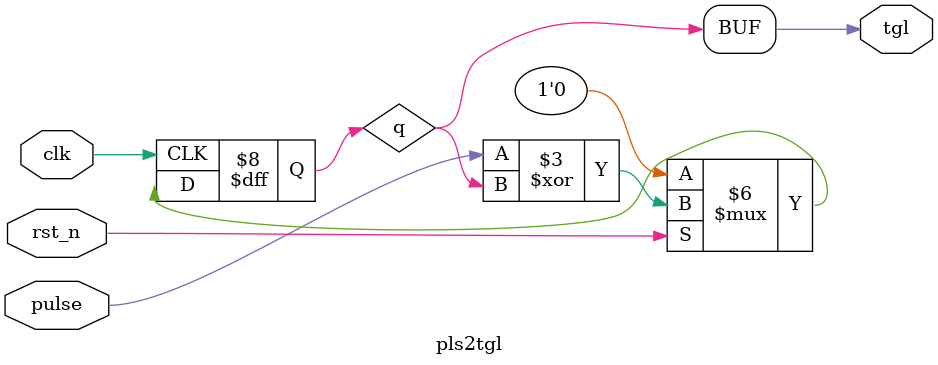
<source format=v>
module pls2tgl (
	tgl,
	pulse,
	clk,
	rst_n
);
	output wire tgl;
	input wire pulse;
	input wire clk;
	input wire rst_n;
	reg q;
	initial q = 1'b0;
	always @(posedge clk)
		if (!rst_n)
			q <= 1'sb0;
		else
			q <= pulse ^ q;
	assign tgl = q;
endmodule

</source>
